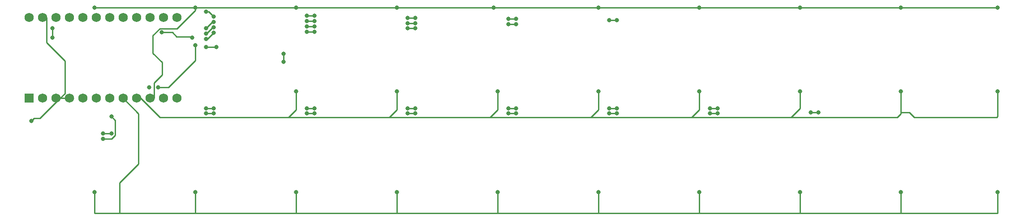
<source format=gtl>
%TF.GenerationSoftware,KiCad,Pcbnew,(5.1.12-1-10_14)*%
%TF.CreationDate,2022-02-07T22:24:56-07:00*%
%TF.ProjectId,youwu36,796f7577-7533-4362-9e6b-696361645f70,rev?*%
%TF.SameCoordinates,Original*%
%TF.FileFunction,Copper,L1,Top*%
%TF.FilePolarity,Positive*%
%FSLAX46Y46*%
G04 Gerber Fmt 4.6, Leading zero omitted, Abs format (unit mm)*
G04 Created by KiCad (PCBNEW (5.1.12-1-10_14)) date 2022-02-07 22:24:56*
%MOMM*%
%LPD*%
G01*
G04 APERTURE LIST*
%TA.AperFunction,ComponentPad*%
%ADD10C,1.752600*%
%TD*%
%TA.AperFunction,ComponentPad*%
%ADD11R,1.752600X1.752600*%
%TD*%
%TA.AperFunction,ViaPad*%
%ADD12C,0.800000*%
%TD*%
%TA.AperFunction,Conductor*%
%ADD13C,0.250000*%
%TD*%
G04 APERTURE END LIST*
D10*
%TO.P,U1,24*%
%TO.N,Net-(U1-Pad24)*%
X25948750Y-37367500D03*
%TO.P,U1,12*%
%TO.N,col_8*%
X53888750Y-52607500D03*
%TO.P,U1,23*%
%TO.N,GND*%
X28488750Y-37367500D03*
%TO.P,U1,22*%
%TO.N,Net-(SW37-Pad2)*%
X31028750Y-37367500D03*
%TO.P,U1,21*%
%TO.N,VCC*%
X33568750Y-37367500D03*
%TO.P,U1,20*%
%TO.N,col_0*%
X36108750Y-37367500D03*
%TO.P,U1,19*%
%TO.N,col_1*%
X38648750Y-37367500D03*
%TO.P,U1,18*%
%TO.N,col_2*%
X41188750Y-37367500D03*
%TO.P,U1,17*%
%TO.N,col_3*%
X43728750Y-37367500D03*
%TO.P,U1,16*%
%TO.N,col_4*%
X46268750Y-37367500D03*
%TO.P,U1,15*%
%TO.N,col_5*%
X48808750Y-37367500D03*
%TO.P,U1,14*%
%TO.N,col_6*%
X51348750Y-37367500D03*
%TO.P,U1,13*%
%TO.N,col_7*%
X53888750Y-37367500D03*
%TO.P,U1,11*%
%TO.N,col_9*%
X51348750Y-52607500D03*
%TO.P,U1,10*%
%TO.N,row_0*%
X48808750Y-52607500D03*
%TO.P,U1,9*%
%TO.N,row_1*%
X46268750Y-52607500D03*
%TO.P,U1,8*%
%TO.N,row_2*%
X43728750Y-52607500D03*
%TO.P,U1,7*%
%TO.N,row_3*%
X41188750Y-52607500D03*
%TO.P,U1,6*%
%TO.N,Net-(U1-Pad6)*%
X38648750Y-52607500D03*
%TO.P,U1,5*%
%TO.N,Net-(U1-Pad5)*%
X36108750Y-52607500D03*
%TO.P,U1,4*%
%TO.N,GND*%
X33568750Y-52607500D03*
%TO.P,U1,3*%
X31028750Y-52607500D03*
%TO.P,U1,2*%
%TO.N,Net-(U1-Pad2)*%
X28488750Y-52607500D03*
D11*
%TO.P,U1,1*%
%TO.N,Net-(U1-Pad1)*%
X25948750Y-52607500D03*
%TD*%
D12*
%TO.N,row_0*%
X57381250Y-35462500D03*
X38331250Y-35462500D03*
X113737500Y-35462500D03*
X208987500Y-35462500D03*
X76431250Y-35462500D03*
X190731250Y-35462500D03*
X133581250Y-35462500D03*
X95481250Y-35462500D03*
X152631250Y-35462500D03*
X171681250Y-35462500D03*
%TO.N,row_1*%
X39918750Y-59275000D03*
X41506250Y-59275000D03*
X171681250Y-51337500D03*
X114531250Y-51337500D03*
X190731250Y-51337500D03*
X133581250Y-51337500D03*
X95481250Y-51337500D03*
X208987500Y-51337500D03*
X76431250Y-51337500D03*
X152631250Y-51337500D03*
%TO.N,row_2*%
X57381250Y-70387500D03*
X38331250Y-70387500D03*
X208987500Y-70387500D03*
X76431250Y-70387500D03*
X133581250Y-70387500D03*
X190731250Y-70387500D03*
X152631250Y-70387500D03*
X114531250Y-70387500D03*
X171681250Y-70387500D03*
X95481250Y-70387500D03*
%TO.N,row_3*%
X41506250Y-56100000D03*
X39918750Y-60275003D03*
%TO.N,col_3*%
X59415000Y-42978748D03*
X61350000Y-42978748D03*
%TO.N,col_4*%
X60865000Y-40225000D03*
X51028938Y-40194933D03*
X56815002Y-41156253D03*
X59415000Y-41431256D03*
X78465000Y-40050009D03*
X79915000Y-40050009D03*
%TO.N,col_5*%
X60865000Y-39224997D03*
X59415000Y-40431253D03*
X78465000Y-39050006D03*
X79915000Y-39050006D03*
X98965000Y-39431250D03*
X97515000Y-39431250D03*
%TO.N,col_6*%
X60865000Y-38224994D03*
X59415000Y-39431250D03*
X78465000Y-38050003D03*
X118015000Y-38637500D03*
X116565000Y-38637500D03*
X97515000Y-38431247D03*
X98965000Y-38431247D03*
X79915000Y-38050003D03*
%TO.N,col_7*%
X60865000Y-37224991D03*
X59415000Y-36256250D03*
X79915000Y-37050000D03*
X98965000Y-37431244D03*
X118015000Y-37637497D03*
X116565000Y-37637497D03*
X135615000Y-37843750D03*
X97515000Y-37431244D03*
X78465000Y-37050000D03*
X137065000Y-37843750D03*
%TO.N,col_8*%
X59415000Y-54512500D03*
X60865000Y-54512500D03*
X154665000Y-54512500D03*
X79915000Y-54512500D03*
X78465000Y-54512500D03*
X118015000Y-54512500D03*
X135615000Y-54512500D03*
X116565000Y-54512500D03*
X137065000Y-54512500D03*
X97515000Y-54512500D03*
X98965000Y-54512500D03*
X154665000Y-54512500D03*
X156115000Y-54512500D03*
%TO.N,col_9*%
X59415000Y-55512503D03*
X60865000Y-55512503D03*
X156115000Y-55512503D03*
X135615000Y-55512503D03*
X98965000Y-55512503D03*
X173715000Y-55306250D03*
X154665000Y-55512503D03*
X137065000Y-55512503D03*
X78465000Y-55512503D03*
X97515000Y-55512503D03*
X79915000Y-55512503D03*
X116565000Y-55512503D03*
X175165000Y-55306250D03*
X118015000Y-55512503D03*
%TO.N,GND*%
X26425000Y-56893750D03*
%TO.N,Net-(SW37-Pad2)*%
X30351145Y-41188749D03*
X30393750Y-39431250D03*
%TO.N,Net-(D5-Pad2)*%
X57381250Y-42606250D03*
X57381250Y-42606250D03*
X50327500Y-50543750D03*
X48650000Y-50543750D03*
%TO.N,Net-(D8-Pad2)*%
X74050000Y-45781250D03*
X74050000Y-44193750D03*
%TD*%
D13*
%TO.N,row_0*%
X57381250Y-35462500D02*
X59316987Y-35462500D01*
X38331250Y-35462500D02*
X57381250Y-35462500D01*
X57381250Y-35462500D02*
X95481250Y-35462500D01*
X49602500Y-49755916D02*
X49602500Y-52607500D01*
X51113583Y-45863583D02*
X51113583Y-48244833D01*
X49364999Y-44114999D02*
X51113583Y-45863583D01*
X49364999Y-40785870D02*
X49364999Y-44114999D01*
X50680937Y-39469932D02*
X49364999Y-40785870D01*
X53939503Y-39469932D02*
X50680937Y-39469932D01*
X57381250Y-35462500D02*
X57381250Y-36028185D01*
X57381250Y-36028185D02*
X53939503Y-39469932D01*
X51113583Y-48244833D02*
X49602500Y-49755916D01*
X95481250Y-35462500D02*
X113737500Y-35462500D01*
X171681250Y-35462500D02*
X190731250Y-35462500D01*
X190731250Y-35462500D02*
X208987500Y-35462500D01*
X113737500Y-35462500D02*
X133581250Y-35462500D01*
X152631250Y-35462500D02*
X171681250Y-35462500D01*
X133581250Y-35462500D02*
X152631250Y-35462500D01*
%TO.N,row_1*%
X47062500Y-52607500D02*
X50692504Y-56237504D01*
X50692504Y-56237504D02*
X74981254Y-56237504D01*
X39918750Y-59275000D02*
X41506250Y-59275000D01*
X208849996Y-56237504D02*
X208987500Y-56100000D01*
X193250004Y-56237504D02*
X208849996Y-56237504D01*
X208987500Y-56100000D02*
X208987500Y-51337500D01*
X192318750Y-55306250D02*
X193250004Y-56237504D01*
X190731250Y-55306250D02*
X192318750Y-55306250D01*
X190731250Y-55581258D02*
X190075004Y-56237504D01*
X189799996Y-56237504D02*
X190075004Y-56237504D01*
X190731250Y-51337500D02*
X190731250Y-55306250D01*
X190731250Y-55306250D02*
X190731250Y-55581258D01*
X133581250Y-51337500D02*
X133581250Y-54787508D01*
X133581250Y-54787508D02*
X132131254Y-56237504D01*
X132131254Y-56237504D02*
X151181254Y-56237504D01*
X169956246Y-56237504D02*
X189799996Y-56237504D01*
X171681250Y-51337500D02*
X171681250Y-54512500D01*
X74981254Y-56237504D02*
X94031254Y-56237504D01*
X76431250Y-51337500D02*
X76431250Y-54787508D01*
X171681250Y-54512500D02*
X169956246Y-56237504D01*
X76431250Y-54787508D02*
X74981254Y-56237504D01*
X152631250Y-51337500D02*
X152631250Y-54787508D01*
X95481250Y-51337500D02*
X95481250Y-54787508D01*
X95481250Y-54787508D02*
X94031254Y-56237504D01*
X151181254Y-56237504D02*
X169956246Y-56237504D01*
X114531250Y-51337500D02*
X114531250Y-54787508D01*
X114531250Y-54787508D02*
X113081254Y-56237504D01*
X94031254Y-56237504D02*
X113081254Y-56237504D01*
X113081254Y-56237504D02*
X132131254Y-56237504D01*
X152631250Y-54787508D02*
X151181254Y-56237504D01*
%TO.N,row_2*%
X76431250Y-74356250D02*
X57381250Y-74356250D01*
X57381250Y-74356250D02*
X57381250Y-70387500D01*
X57381250Y-74356250D02*
X43093750Y-74356250D01*
X43093750Y-74356250D02*
X38331250Y-74356250D01*
X38331250Y-74356250D02*
X38331250Y-70387500D01*
X76431250Y-74356250D02*
X76431250Y-70387500D01*
X95481250Y-74356250D02*
X76431250Y-74356250D01*
X133581250Y-74356250D02*
X133581250Y-70387500D01*
X152631250Y-74356250D02*
X133581250Y-74356250D01*
X190731250Y-74356250D02*
X190731250Y-70387500D01*
X208987500Y-74356250D02*
X190731250Y-74356250D01*
X208987500Y-70387500D02*
X208987500Y-74356250D01*
X171681250Y-74356250D02*
X152631250Y-74356250D01*
X152631250Y-74356250D02*
X152631250Y-70387500D01*
X133581250Y-74356250D02*
X114531250Y-74356250D01*
X114531250Y-74356250D02*
X114531250Y-70387500D01*
X114531250Y-74356250D02*
X95481250Y-74356250D01*
X95481250Y-74356250D02*
X95481250Y-70387500D01*
X171681250Y-74356250D02*
X171681250Y-70387500D01*
X190731250Y-74356250D02*
X171681250Y-74356250D01*
X46665001Y-55543751D02*
X46665001Y-65064083D01*
X43093750Y-68635334D02*
X43093750Y-74356250D01*
X46665001Y-65064083D02*
X43093750Y-68635334D01*
X43728750Y-52607500D02*
X46665001Y-55543751D01*
%TO.N,row_3*%
X41579249Y-60275003D02*
X39918750Y-60275003D01*
X42231251Y-59623001D02*
X41579249Y-60275003D01*
X42231251Y-56825001D02*
X42231251Y-59623001D01*
X41506250Y-56100000D02*
X42231251Y-56825001D01*
%TO.N,col_3*%
X59415000Y-42978748D02*
X61350000Y-42978748D01*
%TO.N,col_4*%
X53033419Y-40194933D02*
X53857236Y-41018750D01*
X51028938Y-40194933D02*
X53033419Y-40194933D01*
X56677499Y-41018750D02*
X56815002Y-41156253D01*
X53857236Y-41018750D02*
X56677499Y-41018750D01*
X59658744Y-41431256D02*
X60865000Y-40225000D01*
X59415000Y-41431256D02*
X59658744Y-41431256D01*
X78465000Y-40050009D02*
X79915000Y-40050009D01*
%TO.N,col_5*%
X60694255Y-39224997D02*
X60865000Y-39224997D01*
X59487999Y-40431253D02*
X60694255Y-39224997D01*
X59415000Y-40431253D02*
X59487999Y-40431253D01*
X78465000Y-39050006D02*
X79915000Y-39050006D01*
X97515000Y-39431250D02*
X98965000Y-39431250D01*
%TO.N,col_6*%
X60621256Y-38224994D02*
X60865000Y-38224994D01*
X59415000Y-39431250D02*
X60621256Y-38224994D01*
X116565000Y-38637500D02*
X118015000Y-38637500D01*
X97515000Y-38431247D02*
X98965000Y-38431247D01*
X78465000Y-38050003D02*
X79915000Y-38050003D01*
%TO.N,col_7*%
X59896259Y-36256250D02*
X60865000Y-37224991D01*
X59415000Y-36256250D02*
X59896259Y-36256250D01*
X79606250Y-37050000D02*
X79915000Y-37050000D01*
X97515000Y-37431244D02*
X98965000Y-37431244D01*
X116565000Y-37637497D02*
X118015000Y-37637497D01*
X78465000Y-37050000D02*
X79606250Y-37050000D01*
X135615000Y-37843750D02*
X137065000Y-37843750D01*
%TO.N,col_8*%
X59415000Y-54512500D02*
X60556250Y-54512500D01*
X60556250Y-54512500D02*
X60865000Y-54512500D01*
X155806250Y-54512500D02*
X154665000Y-54512500D01*
X118015000Y-54512500D02*
X116565000Y-54512500D01*
X79606250Y-54512500D02*
X79915000Y-54512500D01*
X78465000Y-54512500D02*
X79606250Y-54512500D01*
X135615000Y-54512500D02*
X136756250Y-54512500D01*
X136756250Y-54512500D02*
X137065000Y-54512500D01*
X97515000Y-54512500D02*
X98656250Y-54512500D01*
X98656250Y-54512500D02*
X98965000Y-54512500D01*
X154665000Y-54512500D02*
X156115000Y-54512500D01*
%TO.N,col_9*%
X59415000Y-55512503D02*
X60865000Y-55512503D01*
X154665000Y-55512503D02*
X156115000Y-55512503D01*
X97515000Y-55512503D02*
X98965000Y-55512503D01*
X135615000Y-55512503D02*
X137065000Y-55512503D01*
X78465000Y-55512503D02*
X79915000Y-55512503D01*
X173715000Y-55306250D02*
X175165000Y-55306250D01*
X116565000Y-55512503D02*
X118015000Y-55512503D01*
%TO.N,GND*%
X31822500Y-52607500D02*
X34362500Y-52607500D01*
X29282500Y-42132252D02*
X29282500Y-37367500D01*
X32698799Y-45548551D02*
X29282500Y-42132252D01*
X32698799Y-51731201D02*
X32698799Y-45548551D01*
X31822500Y-52607500D02*
X32698799Y-51731201D01*
X31822500Y-52607500D02*
X28012500Y-56417500D01*
X26901250Y-56417500D02*
X26425000Y-56893750D01*
X28012500Y-56417500D02*
X26901250Y-56417500D01*
%TO.N,Net-(SW37-Pad2)*%
X30351145Y-39473855D02*
X30393750Y-39431250D01*
X30351145Y-41188749D02*
X30351145Y-39473855D01*
%TO.N,Net-(D5-Pad2)*%
X57381250Y-45457834D02*
X52295334Y-50543750D01*
X52295334Y-50543750D02*
X50327500Y-50543750D01*
X57381250Y-42606250D02*
X57381250Y-45457834D01*
%TO.N,Net-(D8-Pad2)*%
X74050000Y-44193750D02*
X74050000Y-45781250D01*
%TD*%
M02*

</source>
